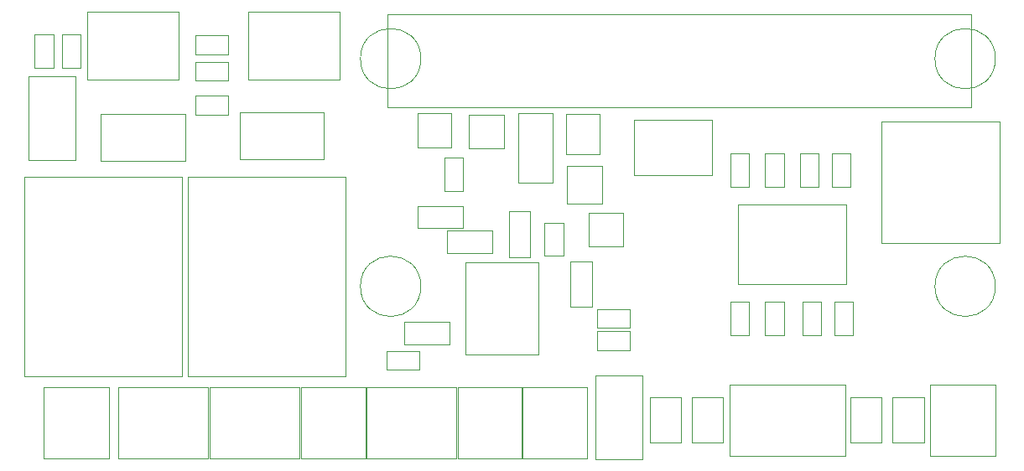
<source format=gbr>
G04 #@! TF.GenerationSoftware,KiCad,Pcbnew,5.0.2-bee76a0~70~ubuntu16.04.1*
G04 #@! TF.CreationDate,2018-12-12T21:45:09+05:30*
G04 #@! TF.ProjectId,sanjaya,73616e6a-6179-4612-9e6b-696361645f70,rev?*
G04 #@! TF.SameCoordinates,Original*
G04 #@! TF.FileFunction,Other,User*
%FSLAX46Y46*%
G04 Gerber Fmt 4.6, Leading zero omitted, Abs format (unit mm)*
G04 Created by KiCad (PCBNEW 5.0.2-bee76a0~70~ubuntu16.04.1) date Wed Dec 12 21:45:09 2018*
%MOMM*%
%LPD*%
G01*
G04 APERTURE LIST*
%ADD10C,0.050000*%
G04 APERTURE END LIST*
D10*
G04 #@! TO.C,J11*
X106600000Y-83240000D02*
X106600000Y-90090000D01*
X97400000Y-83240000D02*
X106600000Y-83240000D01*
X97400000Y-90090000D02*
X97400000Y-83240000D01*
X106600000Y-90090000D02*
X97400000Y-90090000D01*
G04 #@! TO.C,R6*
X132570000Y-117450000D02*
X132570000Y-115550000D01*
X132570000Y-115550000D02*
X135930000Y-115550000D01*
X135930000Y-115550000D02*
X135930000Y-117450000D01*
X135930000Y-117450000D02*
X132570000Y-117450000D01*
G04 #@! TO.C,R20*
X135930000Y-115200000D02*
X132570000Y-115200000D01*
X135930000Y-113300000D02*
X135930000Y-115200000D01*
X132570000Y-113300000D02*
X135930000Y-113300000D01*
X132570000Y-115200000D02*
X132570000Y-113300000D01*
G04 #@! TO.C,C1*
X123700000Y-103450000D02*
X125800000Y-103450000D01*
X125800000Y-103450000D02*
X125800000Y-108050000D01*
X125800000Y-108050000D02*
X123700000Y-108050000D01*
X123700000Y-108050000D02*
X123700000Y-103450000D01*
G04 #@! TO.C,C2*
X127300000Y-104570000D02*
X129200000Y-104570000D01*
X129200000Y-104570000D02*
X129200000Y-107930000D01*
X129200000Y-107930000D02*
X127300000Y-107930000D01*
X127300000Y-107930000D02*
X127300000Y-104570000D01*
G04 #@! TO.C,D1*
X123162000Y-97077000D02*
X119662000Y-97077000D01*
X123162000Y-93677000D02*
X123162000Y-97077000D01*
X119662000Y-93677000D02*
X123162000Y-93677000D01*
X119662000Y-97077000D02*
X119662000Y-93677000D01*
G04 #@! TO.C,D2*
X128115000Y-93528000D02*
X128115000Y-100528000D01*
X128115000Y-100528000D02*
X124615000Y-100528000D01*
X124615000Y-100528000D02*
X124615000Y-93528000D01*
X124615000Y-93528000D02*
X128115000Y-93528000D01*
G04 #@! TO.C,J8*
X95361000Y-93669000D02*
X92001000Y-93669000D01*
X95361000Y-91769000D02*
X95361000Y-93669000D01*
X92001000Y-91769000D02*
X95361000Y-91769000D01*
X92001000Y-93669000D02*
X92001000Y-91769000D01*
G04 #@! TO.C,J10*
X92001000Y-87573000D02*
X92001000Y-85673000D01*
X92001000Y-85673000D02*
X95361000Y-85673000D01*
X95361000Y-85673000D02*
X95361000Y-87573000D01*
X95361000Y-87573000D02*
X92001000Y-87573000D01*
G04 #@! TO.C,J12*
X91000000Y-98350000D02*
X91000000Y-93550000D01*
X91000000Y-93550000D02*
X82500000Y-93550000D01*
X82500000Y-93550000D02*
X82500000Y-98350000D01*
X82500000Y-98350000D02*
X91000000Y-98350000D01*
G04 #@! TO.C,J13*
X111400000Y-83550000D02*
X170360000Y-83550000D01*
X170360000Y-83550000D02*
X170360000Y-92910000D01*
X170360000Y-92910000D02*
X111400000Y-92910000D01*
X111400000Y-92910000D02*
X111400000Y-83550000D01*
G04 #@! TO.C,J14*
X75150000Y-89750000D02*
X75150000Y-98250000D01*
X79950000Y-89750000D02*
X75150000Y-89750000D01*
X79950000Y-98250000D02*
X79950000Y-89750000D01*
X75150000Y-98250000D02*
X79950000Y-98250000D01*
G04 #@! TO.C,K1*
X74800000Y-99950000D02*
X74800000Y-120050000D01*
X90700000Y-120050000D02*
X74800000Y-120050000D01*
X74800000Y-99950000D02*
X90700000Y-99950000D01*
X90700000Y-120050000D02*
X90700000Y-99950000D01*
G04 #@! TO.C,K2*
X107200000Y-120050000D02*
X107200000Y-99950000D01*
X91300000Y-99950000D02*
X107200000Y-99950000D01*
X107200000Y-120050000D02*
X91300000Y-120050000D01*
X91300000Y-99950000D02*
X91300000Y-120050000D01*
G04 #@! TO.C,Q1*
X117905000Y-93500000D02*
X117905000Y-97000000D01*
X114505000Y-93500000D02*
X117905000Y-93500000D01*
X114505000Y-97000000D02*
X114505000Y-93500000D01*
X117905000Y-97000000D02*
X114505000Y-97000000D01*
G04 #@! TO.C,Q2*
X129491000Y-97681000D02*
X129491000Y-93581000D01*
X129491000Y-97681000D02*
X132891000Y-97681000D01*
X132891000Y-93581000D02*
X129491000Y-93581000D01*
X132891000Y-93581000D02*
X132891000Y-97681000D01*
G04 #@! TO.C,R1*
X113120000Y-116870000D02*
X113120000Y-114630000D01*
X113120000Y-114630000D02*
X117680000Y-114630000D01*
X117680000Y-114630000D02*
X117680000Y-116870000D01*
X117680000Y-116870000D02*
X113120000Y-116870000D01*
G04 #@! TO.C,R2*
X117160000Y-101375000D02*
X117160000Y-98015000D01*
X119060000Y-101375000D02*
X117160000Y-101375000D01*
X119060000Y-98015000D02*
X119060000Y-101375000D01*
X117160000Y-98015000D02*
X119060000Y-98015000D01*
G04 #@! TO.C,R3*
X114470000Y-105120000D02*
X114470000Y-102880000D01*
X114470000Y-102880000D02*
X119030000Y-102880000D01*
X119030000Y-102880000D02*
X119030000Y-105120000D01*
X119030000Y-105120000D02*
X114470000Y-105120000D01*
G04 #@! TO.C,R4*
X122030000Y-107620000D02*
X117470000Y-107620000D01*
X122030000Y-105380000D02*
X122030000Y-107620000D01*
X117470000Y-105380000D02*
X122030000Y-105380000D01*
X117470000Y-107620000D02*
X117470000Y-105380000D01*
G04 #@! TO.C,R7*
X114680000Y-119450000D02*
X111320000Y-119450000D01*
X114680000Y-117550000D02*
X114680000Y-119450000D01*
X111320000Y-117550000D02*
X114680000Y-117550000D01*
X111320000Y-119450000D02*
X111320000Y-117550000D01*
G04 #@! TO.C,R8*
X146050000Y-112570000D02*
X147950000Y-112570000D01*
X147950000Y-112570000D02*
X147950000Y-115930000D01*
X147950000Y-115930000D02*
X146050000Y-115930000D01*
X146050000Y-115930000D02*
X146050000Y-112570000D01*
G04 #@! TO.C,R9*
X149550000Y-115930000D02*
X149550000Y-112570000D01*
X151450000Y-115930000D02*
X149550000Y-115930000D01*
X151450000Y-112570000D02*
X151450000Y-115930000D01*
X149550000Y-112570000D02*
X151450000Y-112570000D01*
G04 #@! TO.C,R10*
X153300000Y-112570000D02*
X155200000Y-112570000D01*
X155200000Y-112570000D02*
X155200000Y-115930000D01*
X155200000Y-115930000D02*
X153300000Y-115930000D01*
X153300000Y-115930000D02*
X153300000Y-112570000D01*
G04 #@! TO.C,R11*
X156550000Y-115930000D02*
X156550000Y-112570000D01*
X158450000Y-115930000D02*
X156550000Y-115930000D01*
X158450000Y-112570000D02*
X158450000Y-115930000D01*
X156550000Y-112570000D02*
X158450000Y-112570000D01*
G04 #@! TO.C,R12*
X147950000Y-100930000D02*
X146050000Y-100930000D01*
X146050000Y-100930000D02*
X146050000Y-97570000D01*
X146050000Y-97570000D02*
X147950000Y-97570000D01*
X147950000Y-97570000D02*
X147950000Y-100930000D01*
G04 #@! TO.C,R13*
X151450000Y-97570000D02*
X151450000Y-100930000D01*
X149550000Y-97570000D02*
X151450000Y-97570000D01*
X149550000Y-100930000D02*
X149550000Y-97570000D01*
X151450000Y-100930000D02*
X149550000Y-100930000D01*
G04 #@! TO.C,R14*
X154950000Y-100930000D02*
X153050000Y-100930000D01*
X153050000Y-100930000D02*
X153050000Y-97570000D01*
X153050000Y-97570000D02*
X154950000Y-97570000D01*
X154950000Y-97570000D02*
X154950000Y-100930000D01*
G04 #@! TO.C,R15*
X158200000Y-97570000D02*
X158200000Y-100930000D01*
X156300000Y-97570000D02*
X158200000Y-97570000D01*
X156300000Y-100930000D02*
X156300000Y-97570000D01*
X158200000Y-100930000D02*
X156300000Y-100930000D01*
G04 #@! TO.C,R_4_20*
X129880000Y-113030000D02*
X129880000Y-108470000D01*
X132120000Y-113030000D02*
X129880000Y-113030000D01*
X132120000Y-108470000D02*
X132120000Y-113030000D01*
X129880000Y-108470000D02*
X132120000Y-108470000D01*
G04 #@! TO.C,U1*
X136300000Y-94200000D02*
X136300000Y-99800000D01*
X144200000Y-94200000D02*
X144200000Y-99800000D01*
X136300000Y-94200000D02*
X144200000Y-94200000D01*
X136300000Y-99800000D02*
X144200000Y-99800000D01*
G04 #@! TO.C,U2*
X131750000Y-106950000D02*
X131750000Y-103550000D01*
X131750000Y-103550000D02*
X135250000Y-103550000D01*
X135250000Y-103550000D02*
X135250000Y-106950000D01*
X135250000Y-106950000D02*
X131750000Y-106950000D01*
G04 #@! TO.C,U3*
X129518000Y-102611000D02*
X129518000Y-98811000D01*
X129518000Y-98811000D02*
X133118000Y-98811000D01*
X133118000Y-98811000D02*
X133118000Y-102611000D01*
X133118000Y-102611000D02*
X129518000Y-102611000D01*
G04 #@! TO.C,U4*
X161300000Y-94350000D02*
X161300000Y-106650000D01*
X173200000Y-94350000D02*
X173200000Y-106650000D01*
X161300000Y-94350000D02*
X173200000Y-94350000D01*
X161300000Y-106650000D02*
X173200000Y-106650000D01*
G04 #@! TO.C,U6*
X146800000Y-110800000D02*
X146800000Y-102700000D01*
X146800000Y-110800000D02*
X157700000Y-110800000D01*
X157700000Y-102700000D02*
X146800000Y-102700000D01*
X157700000Y-102700000D02*
X157700000Y-110800000D01*
G04 #@! TO.C,J17*
X132400000Y-128500000D02*
X137200000Y-128500000D01*
X137200000Y-128500000D02*
X137200000Y-120000000D01*
X137200000Y-120000000D02*
X132400000Y-120000000D01*
X132400000Y-120000000D02*
X132400000Y-128500000D01*
G04 #@! TO.C,J18*
X95361000Y-88340000D02*
X95361000Y-90240000D01*
X95361000Y-90240000D02*
X92001000Y-90240000D01*
X92001000Y-90240000D02*
X92001000Y-88340000D01*
X92001000Y-88340000D02*
X95361000Y-88340000D01*
G04 #@! TO.C,D4*
X80450000Y-88930000D02*
X78550000Y-88930000D01*
X78550000Y-88930000D02*
X78550000Y-85570000D01*
X78550000Y-85570000D02*
X80450000Y-85570000D01*
X80450000Y-85570000D02*
X80450000Y-88930000D01*
G04 #@! TO.C,F1*
X96500000Y-93400000D02*
X96500000Y-98200000D01*
X96500000Y-98200000D02*
X105000000Y-98200000D01*
X105000000Y-98200000D02*
X105000000Y-93400000D01*
X105000000Y-93400000D02*
X96500000Y-93400000D01*
G04 #@! TO.C,F6*
X137920000Y-122220000D02*
X141080000Y-122220000D01*
X141080000Y-122220000D02*
X141080000Y-126780000D01*
X141080000Y-126780000D02*
X137920000Y-126780000D01*
X137920000Y-126780000D02*
X137920000Y-122220000D01*
G04 #@! TO.C,F7*
X142170000Y-126780000D02*
X142170000Y-122220000D01*
X145330000Y-126780000D02*
X142170000Y-126780000D01*
X145330000Y-122220000D02*
X145330000Y-126780000D01*
X142170000Y-122220000D02*
X145330000Y-122220000D01*
G04 #@! TO.C,F8*
X158170000Y-122220000D02*
X161330000Y-122220000D01*
X161330000Y-122220000D02*
X161330000Y-126780000D01*
X161330000Y-126780000D02*
X158170000Y-126780000D01*
X158170000Y-126780000D02*
X158170000Y-122220000D01*
G04 #@! TO.C,F9*
X162420000Y-126780000D02*
X162420000Y-122220000D01*
X165580000Y-126780000D02*
X162420000Y-126780000D01*
X165580000Y-122220000D02*
X165580000Y-126780000D01*
X162420000Y-122220000D02*
X165580000Y-122220000D01*
G04 #@! TO.C,R5*
X77700000Y-88930000D02*
X75800000Y-88930000D01*
X75800000Y-88930000D02*
X75800000Y-85570000D01*
X75800000Y-85570000D02*
X77700000Y-85570000D01*
X77700000Y-85570000D02*
X77700000Y-88930000D01*
G04 #@! TO.C,U5*
X119300000Y-108600000D02*
X119300000Y-117900000D01*
X126700000Y-108600000D02*
X126700000Y-117900000D01*
X119300000Y-108600000D02*
X126700000Y-108600000D01*
X119300000Y-117900000D02*
X126700000Y-117900000D01*
G04 #@! TO.C,J1*
X76750000Y-121150000D02*
X76750000Y-128350000D01*
X76750000Y-128350000D02*
X83290000Y-128350000D01*
X83290000Y-128350000D02*
X83290000Y-121150000D01*
X83290000Y-121150000D02*
X76750000Y-121150000D01*
G04 #@! TO.C,J2*
X146000000Y-120900000D02*
X146000000Y-128100000D01*
X146000000Y-128100000D02*
X157630000Y-128100000D01*
X157630000Y-128100000D02*
X157630000Y-120900000D01*
X157630000Y-120900000D02*
X146000000Y-120900000D01*
G04 #@! TO.C,J3*
X166250000Y-120900000D02*
X166250000Y-128100000D01*
X166250000Y-128100000D02*
X172790000Y-128100000D01*
X172790000Y-128100000D02*
X172790000Y-120900000D01*
X172790000Y-120900000D02*
X166250000Y-120900000D01*
G04 #@! TO.C,J4*
X84250000Y-121150000D02*
X84250000Y-128350000D01*
X84250000Y-128350000D02*
X93330000Y-128350000D01*
X93330000Y-128350000D02*
X93330000Y-121150000D01*
X93330000Y-121150000D02*
X84250000Y-121150000D01*
G04 #@! TO.C,J5*
X102580000Y-121150000D02*
X93500000Y-121150000D01*
X102580000Y-128350000D02*
X102580000Y-121150000D01*
X93500000Y-128350000D02*
X102580000Y-128350000D01*
X93500000Y-121150000D02*
X93500000Y-128350000D01*
G04 #@! TO.C,J6*
X125040000Y-121150000D02*
X118500000Y-121150000D01*
X125040000Y-128350000D02*
X125040000Y-121150000D01*
X118500000Y-128350000D02*
X125040000Y-128350000D01*
X118500000Y-121150000D02*
X118500000Y-128350000D01*
G04 #@! TO.C,J7*
X125000000Y-121150000D02*
X125000000Y-128350000D01*
X125000000Y-128350000D02*
X131540000Y-128350000D01*
X131540000Y-128350000D02*
X131540000Y-121150000D01*
X131540000Y-121150000D02*
X125000000Y-121150000D01*
G04 #@! TO.C,J15*
X109290000Y-121150000D02*
X102750000Y-121150000D01*
X109290000Y-128350000D02*
X109290000Y-121150000D01*
X102750000Y-128350000D02*
X109290000Y-128350000D01*
X102750000Y-121150000D02*
X102750000Y-128350000D01*
G04 #@! TO.C,J16*
X109250000Y-121150000D02*
X109250000Y-128350000D01*
X109250000Y-128350000D02*
X118330000Y-128350000D01*
X118330000Y-128350000D02*
X118330000Y-121150000D01*
X118330000Y-121150000D02*
X109250000Y-121150000D01*
G04 #@! TO.C,J9*
X90350000Y-90090000D02*
X81150000Y-90090000D01*
X81150000Y-90090000D02*
X81150000Y-83240000D01*
X81150000Y-83240000D02*
X90350000Y-83240000D01*
X90350000Y-83240000D02*
X90350000Y-90090000D01*
G04 #@! TO.C,REF\002A\002A*
X114800000Y-88000000D02*
G75*
G03X114800000Y-88000000I-3050000J0D01*
G01*
X172800000Y-88000000D02*
G75*
G03X172800000Y-88000000I-3050000J0D01*
G01*
X172800000Y-111000000D02*
G75*
G03X172800000Y-111000000I-3050000J0D01*
G01*
X114800000Y-111000000D02*
G75*
G03X114800000Y-111000000I-3050000J0D01*
G01*
G04 #@! TD*
M02*

</source>
